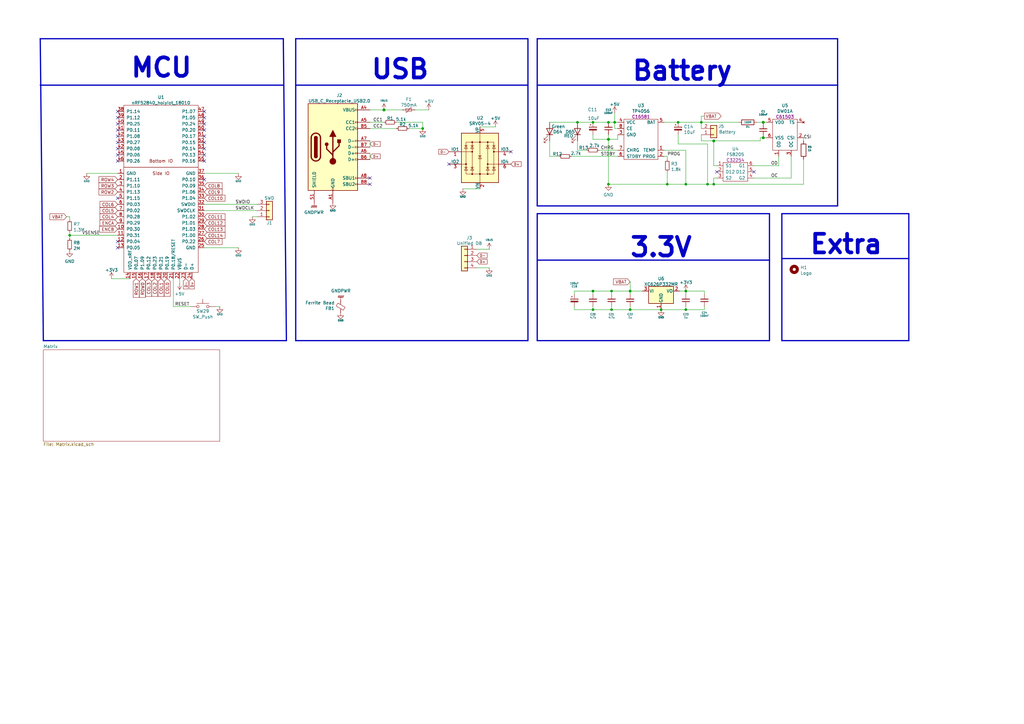
<source format=kicad_sch>
(kicad_sch (version 20210406) (generator eeschema)
  (paper "A3")
  (lib_symbols
    (symbol "Connector:USB_C_Receptacle_USB2.0" (pin_names (offset 1.016))
      (property "Reference" "J" (at -10.16 19.05 0))
      (property "Value" "USB_C_Receptacle_USB2.0" (at 19.05 19.05 0))
      (symbol "USB_C_Receptacle_USB2.0_1_1"
        (pin passive line (at 0 -22.86 90) (length 5.08) (name "GND") (number "A1"))
        (pin passive line (at 0 -22.86 90) (length 5.08) hide (name "GND") (number "A12"))
        (pin passive line (at 15.24 15.24 180) (length 5.08) (name "VBUS") (number "A4"))
        (pin bidirectional line (at 15.24 10.16 180) (length 5.08) (name "CC1") (number "A5"))
        (pin bidirectional line (at 15.24 -2.54 180) (length 5.08) (name "D+") (number "A6"))
        (pin bidirectional line (at 15.24 2.54 180) (length 5.08) (name "D-") (number "A7"))
        (pin bidirectional line (at 15.24 -12.7 180) (length 5.08) (name "SBU1") (number "A8"))
        (pin passive line (at 15.24 15.24 180) (length 5.08) hide (name "VBUS") (number "A9"))
        (pin passive line (at 0 -22.86 90) (length 5.08) hide (name "GND") (number "B1"))
        (pin passive line (at 0 -22.86 90) (length 5.08) hide (name "GND") (number "B12"))
        (pin passive line (at 15.24 15.24 180) (length 5.08) hide (name "VBUS") (number "B4"))
        (pin bidirectional line (at 15.24 7.62 180) (length 5.08) (name "CC2") (number "B5"))
        (pin bidirectional line (at 15.24 -5.08 180) (length 5.08) (name "D+") (number "B6"))
        (pin bidirectional line (at 15.24 0 180) (length 5.08) (name "D-") (number "B7"))
        (pin bidirectional line (at 15.24 -15.24 180) (length 5.08) (name "SBU2") (number "B8"))
        (pin passive line (at 15.24 15.24 180) (length 5.08) hide (name "VBUS") (number "B9"))
        (pin passive line (at -7.62 -22.86 90) (length 5.08) (name "SHIELD") (number "S1"))
      )
    )
    (symbol "Connector_Generic:Conn_01x02" (pin_names (offset 1.016) hide)
      (property "Reference" "J" (at 0 2.54 0))
      (property "Value" "Conn_01x02" (at 0 -5.08 0))
      (symbol "Conn_01x02_1_1"
        (pin passive line (at -5.08 0 0) (length 3.81) (name "Pin_1") (number "1"))
        (pin passive line (at -5.08 -2.54 0) (length 3.81) (name "Pin_2") (number "2"))
      )
    )
    (symbol "Connector_Generic:Conn_01x03" (pin_names (offset 1.016) hide)
      (property "Reference" "J" (at 0 5.08 0))
      (property "Value" "Conn_01x03" (at 0 -5.08 0))
      (symbol "Conn_01x03_1_1"
        (pin passive line (at -5.08 2.54 0) (length 3.81) (name "Pin_1") (number "1"))
        (pin passive line (at -5.08 0 0) (length 3.81) (name "Pin_2") (number "2"))
        (pin passive line (at -5.08 -2.54 0) (length 3.81) (name "Pin_3") (number "3"))
      )
    )
    (symbol "Connector_Generic:Conn_01x04" (pin_names (offset 1.016) hide)
      (property "Reference" "J" (at 0 5.08 0))
      (property "Value" "Conn_01x04" (at 0 -7.62 0))
      (symbol "Conn_01x04_1_1"
        (pin passive line (at -5.08 2.54 0) (length 3.81) (name "Pin_1") (number "1"))
        (pin passive line (at -5.08 0 0) (length 3.81) (name "Pin_2") (number "2"))
        (pin passive line (at -5.08 -2.54 0) (length 3.81) (name "Pin_3") (number "3"))
        (pin passive line (at -5.08 -5.08 0) (length 3.81) (name "Pin_4") (number "4"))
      )
    )
    (symbol "Device:CP_Small" (pin_numbers hide) (pin_names (offset 0.254) hide)
      (property "Reference" "C" (at 0.254 1.778 0))
      (property "Value" "CP_Small" (at 0.254 -2.032 0))
      (symbol "CP_Small_1_1"
        (pin passive line (at 0 2.54 270) (length 1.8542) (name "~") (number "1"))
        (pin passive line (at 0 -2.54 90) (length 1.8542) (name "~") (number "2"))
      )
    )
    (symbol "Device:C_Small" (pin_numbers hide) (pin_names (offset 0.254) hide)
      (property "Reference" "C" (at 0.254 1.778 0))
      (property "Value" "C_Small" (at 0.254 -2.032 0))
      (symbol "C_Small_1_1"
        (pin passive line (at 0 2.54 270) (length 2.032) (name "~") (number "1"))
        (pin passive line (at 0 -2.54 90) (length 2.032) (name "~") (number "2"))
      )
    )
    (symbol "Device:Ferrite_Bead_Small" (pin_numbers hide) (pin_names (offset 0))
      (property "Reference" "FB" (at 1.905 1.27 0))
      (property "Value" "Ferrite_Bead_Small" (at 1.905 -1.27 0))
      (symbol "Ferrite_Bead_Small_1_1"
        (pin passive line (at 0 2.54 270) (length 1.27) (name "~") (number "1"))
        (pin passive line (at 0 -2.54 90) (length 1.27) (name "~") (number "2"))
      )
    )
    (symbol "Device:LED" (pin_numbers hide) (pin_names (offset 1.016) hide)
      (property "Reference" "D" (at 0 2.54 0))
      (property "Value" "LED" (at 0 -2.54 0))
      (symbol "LED_1_1"
        (pin passive line (at -3.81 0 0) (length 2.54) (name "K") (number "1"))
        (pin passive line (at 3.81 0 180) (length 2.54) (name "A") (number "2"))
      )
    )
    (symbol "Device:Polyfuse_Small" (pin_numbers hide) (pin_names (offset 0))
      (property "Reference" "F" (at -1.905 0 90))
      (property "Value" "Polyfuse_Small" (at 1.905 0 90))
      (symbol "Polyfuse_Small_1_1"
        (pin passive line (at 0 2.54 270) (length 0.635) (name "~") (number "1"))
        (pin passive line (at 0 -2.54 90) (length 0.635) (name "~") (number "2"))
      )
    )
    (symbol "Device:R" (pin_numbers hide) (pin_names (offset 0))
      (property "Reference" "R" (at 2.032 0 90))
      (property "Value" "R" (at 0 0 90))
      (symbol "R_1_1"
        (pin passive line (at 0 3.81 270) (length 1.27) (name "~") (number "1"))
        (pin passive line (at 0 -3.81 90) (length 1.27) (name "~") (number "2"))
      )
    )
    (symbol "Device:R_Small" (pin_numbers hide) (pin_names (offset 0.254) hide)
      (property "Reference" "R" (at 0.762 0.508 0))
      (property "Value" "R_Small" (at 0.762 -1.016 0))
      (symbol "R_Small_1_1"
        (pin passive line (at 0 2.54 270) (length 0.762) (name "~") (number "1"))
        (pin passive line (at 0 -2.54 90) (length 0.762) (name "~") (number "2"))
      )
    )
    (symbol "Mechanical:MountingHole" (pin_names (offset 1.016))
      (property "Reference" "H" (at 0 5.08 0))
      (property "Value" "MountingHole" (at 0 3.175 0))
    )
    (symbol "Power_Protection:SRV05-4" (pin_names (offset 0))
      (property "Reference" "U" (at -5.08 11.43 0))
      (property "Value" "SRV05-4" (at 2.54 11.43 0))
      (symbol "SRV05-4_1_1"
        (pin passive line (at -12.7 2.54 0) (length 5.08) (name "IO1") (number "1"))
        (pin passive line (at 0 -12.7 90) (length 2.54) (name "VN") (number "2"))
        (pin passive line (at -12.7 -2.54 0) (length 5.08) (name "IO2") (number "3"))
        (pin passive line (at 12.7 2.54 180) (length 5.08) (name "IO3") (number "4"))
        (pin passive line (at 0 12.7 270) (length 2.54) (name "VP") (number "5"))
        (pin passive line (at 12.7 -2.54 180) (length 5.08) (name "IO4") (number "6"))
      )
    )
    (symbol "Switch:SW_Push" (pin_numbers hide) (pin_names (offset 1.016) hide)
      (property "Reference" "SW" (at 1.27 2.54 0))
      (property "Value" "SW_Push" (at 0 -1.524 0))
      (symbol "SW_Push_0_1"
        (pin passive line (at -5.08 0 0) (length 2.54) (name "1") (number "1"))
        (pin passive line (at 5.08 0 180) (length 2.54) (name "2") (number "2"))
      )
    )
    (symbol "kicad-keyboard-parts:DW01A" (pin_names (offset 1.016))
      (property "Reference" "U" (at -5.08 7.62 0))
      (property "Value" "DW01A" (at 2.54 7.62 0))
      (property "LCSC" "C61503" (at 0 0 0))
      (symbol "DW01A_1_1"
        (pin output line (at -2.54 -8.89 90) (length 2.54) (name "OD") (number "1"))
        (pin input line (at 7.62 -1.27 180) (length 2.54) (name "CSI") (number "2"))
        (pin output line (at 2.54 -8.89 90) (length 2.54) (name "OC") (number "3"))
        (pin no_connect line (at 7.62 5.08 180) (length 2.54) (name "TS") (number "4"))
        (pin power_in line (at -7.62 5.08 0) (length 2.54) (name "VDD") (number "5"))
        (pin power_in line (at -7.62 -1.27 0) (length 2.54) (name "VSS") (number "6"))
      )
    )
    (symbol "kicad-keyboard-parts:FS8205" (pin_names (offset 1.016))
      (property "Reference" "U" (at -3.81 5.08 0))
      (property "Value" "FS8205" (at -1.27 -5.08 0))
      (property "LCSC" "C32254" (at 0 0 0))
      (symbol "FS8205_1_1"
        (pin power_in line (at -7.62 2.54 0) (length 2.54) (name "S1") (number "1"))
        (pin power_in line (at -7.62 0 0) (length 2.54) (name "D12") (number "2"))
        (pin power_in line (at -7.62 -2.54 0) (length 2.54) (name "S2") (number "3"))
        (pin input line (at 7.62 -2.54 180) (length 2.54) (name "G2") (number "4"))
        (pin power_in line (at 7.62 0 180) (length 2.54) (name "D12") (number "5"))
        (pin input line (at 7.62 2.54 180) (length 2.54) (name "G1") (number "6"))
      )
    )
    (symbol "kicad-keyboard-parts:TP4056" (pin_names (offset 1.016))
      (property "Reference" "U" (at -6.35 8.89 0))
      (property "Value" "TP4056" (at 2.54 -10.16 0))
      (property "LCSC" "C16581" (at 0 0 0))
      (symbol "TP4056_1_1"
        (pin input line (at 8.89 -5.08 180) (length 2.54) (name "TEMP") (number "1"))
        (pin input line (at 8.89 -7.62 180) (length 2.54) (name "PROG") (number "2"))
        (pin power_in line (at -10.16 1.27 0) (length 2.54) (name "GND") (number "3"))
        (pin power_in line (at -10.16 6.35 0) (length 2.54) (name "VCC") (number "4"))
        (pin power_out line (at 8.89 6.35 180) (length 2.54) (name "BAT") (number "5"))
        (pin output line (at -10.16 -7.62 0) (length 2.54) (name "STDBY") (number "6"))
        (pin output line (at -10.16 -5.08 0) (length 2.54) (name "CHRG") (number "7"))
        (pin input line (at -10.16 3.81 0) (length 2.54) (name "CE") (number "8"))
      )
    )
    (symbol "kicad-keyboard-parts:XC6206PxxxMR-Regulator_Linear" (pin_names (offset 0.254))
      (property "Reference" "U" (at -3.81 3.175 0))
      (property "Value" "XC6206PxxxMR-Regulator_Linear" (at 0 3.175 0))
      (property "LCSC" "C5446" (at 0 0 0))
      (symbol "XC6206PxxxMR-Regulator_Linear_1_1"
        (pin power_in line (at 0 -7.62 90) (length 2.54) (name "GND") (number "1"))
        (pin power_out line (at 7.62 0 180) (length 2.54) (name "VO") (number "2"))
        (pin power_in line (at -7.62 0 0) (length 2.54) (name "VI") (number "3"))
      )
    )
    (symbol "kicad-keyboard-parts:nRF52840_holyiot_18010" (pin_names (offset 1.016))
      (property "Reference" "U" (at -2.54 39.37 0))
      (property "Value" "nRF52840_holyiot_18010" (at 0 36.83 0))
      (symbol "nRF52840_holyiot_18010_0_0"
        (text "Bottom IO" (at 0 11.43 0) (effects (font (size 1.27 1.27))))
        (text "Side IO" (at 0 6.35 0) (effects (font (size 1.27 1.27))))
      )
      (symbol "nRF52840_holyiot_18010_1_1"
        (pin power_in line (at -17.78 6.35 0) (length 2.54) (name "GND") (number "1"))
        (pin bidirectional line (at -17.78 -16.51 0) (length 2.54) (name "P0.30") (number "10"))
        (pin bidirectional line (at -17.78 -19.05 0) (length 2.54) (name "P0.31") (number "11"))
        (pin bidirectional line (at -17.78 -21.59 0) (length 2.54) (name "P0.04") (number "12"))
        (pin bidirectional line (at -17.78 -24.13 0) (length 2.54) (name "P0.05") (number "13"))
        (pin power_in line (at -12.7 -36.83 90) (length 2.54) (name "VDD_nRF") (number "14"))
        (pin bidirectional line (at -10.16 -36.83 90) (length 2.54) (name "P0.07") (number "15"))
        (pin bidirectional line (at -7.62 -36.83 90) (length 2.54) (name "P1.09") (number "16"))
        (pin bidirectional line (at -5.08 -36.83 90) (length 2.54) (name "P0.12") (number "17"))
        (pin bidirectional line (at -2.54 -36.83 90) (length 2.54) (name "P0.23") (number "18"))
        (pin bidirectional line (at 0 -36.83 90) (length 2.54) (name "P0.21") (number "19"))
        (pin bidirectional line (at -17.78 3.81 0) (length 2.54) (name "P1.11") (number "2"))
        (pin bidirectional line (at 2.54 -36.83 90) (length 2.54) (name "P0.19") (number "20"))
        (pin input line (at 5.08 -36.83 90) (length 2.54) (name "P0.18/RESET") (number "21"))
        (pin power_in line (at 7.62 -36.83 90) (length 2.54) (name "VBUS") (number "22"))
        (pin bidirectional line (at 10.16 -36.83 90) (length 2.54) (name "D-") (number "23"))
        (pin bidirectional line (at 12.7 -36.83 90) (length 2.54) (name "D+") (number "24"))
        (pin power_in line (at 17.78 -24.13 180) (length 2.54) (name "GND") (number "25"))
        (pin bidirectional line (at 17.78 -21.59 180) (length 2.54) (name "P0.22") (number "26"))
        (pin bidirectional line (at 17.78 -19.05 180) (length 2.54) (name "P1.00") (number "27"))
        (pin bidirectional line (at 17.78 -16.51 180) (length 2.54) (name "P1.03") (number "28"))
        (pin bidirectional line (at 17.78 -13.97 180) (length 2.54) (name "P1.01") (number "29"))
        (pin bidirectional line (at -17.78 1.27 0) (length 2.54) (name "P1.10") (number "3"))
        (pin bidirectional line (at 17.78 -11.43 180) (length 2.54) (name "P1.02") (number "30"))
        (pin bidirectional line (at 17.78 -8.89 180) (length 2.54) (name "SWDCLK") (number "31"))
        (pin bidirectional line (at 17.78 -6.35 180) (length 2.54) (name "SWDIO") (number "32"))
        (pin bidirectional line (at 17.78 -3.81 180) (length 2.54) (name "P1.04") (number "33"))
        (pin bidirectional line (at 17.78 -1.27 180) (length 2.54) (name "P1.06") (number "34"))
        (pin bidirectional line (at 17.78 1.27 180) (length 2.54) (name "P0.09") (number "35"))
        (pin bidirectional line (at 17.78 3.81 180) (length 2.54) (name "P0.10") (number "36"))
        (pin power_in line (at 17.78 6.35 180) (length 2.54) (name "GND") (number "37"))
        (pin bidirectional line (at -17.78 31.75 0) (length 2.54) (name "P1.14") (number "38"))
        (pin bidirectional line (at -17.78 29.21 0) (length 2.54) (name "P1.12") (number "39"))
        (pin bidirectional line (at -17.78 -1.27 0) (length 2.54) (name "P1.13") (number "4"))
        (pin bidirectional line (at -17.78 26.67 0) (length 2.54) (name "P0.25") (number "40"))
        (pin bidirectional line (at -17.78 24.13 0) (length 2.54) (name "P0.11") (number "41"))
        (pin bidirectional line (at -17.78 16.51 0) (length 2.54) (name "P0.08") (number "42"))
        (pin bidirectional line (at -17.78 21.59 0) (length 2.54) (name "P1.08") (number "42"))
        (pin bidirectional line (at -17.78 19.05 0) (length 2.54) (name "P0.27") (number "43"))
        (pin bidirectional line (at -17.78 13.97 0) (length 2.54) (name "P0.06") (number "45"))
        (pin bidirectional line (at -17.78 11.43 0) (length 2.54) (name "P0.26") (number "46"))
        (pin bidirectional line (at 17.78 31.75 180) (length 2.54) (name "P1.07") (number "47"))
        (pin bidirectional line (at 17.78 29.21 180) (length 2.54) (name "P1.05") (number "48"))
        (pin bidirectional line (at 17.78 26.67 180) (length 2.54) (name "P0.24") (number "49"))
        (pin bidirectional line (at -17.78 -3.81 0) (length 2.54) (name "P1.15") (number "5"))
        (pin bidirectional line (at 17.78 24.13 180) (length 2.54) (name "P0.20") (number "50"))
        (pin bidirectional line (at 17.78 21.59 180) (length 2.54) (name "P0.17") (number "51"))
        (pin bidirectional line (at 17.78 19.05 180) (length 2.54) (name "P0.15") (number "52"))
        (pin bidirectional line (at 17.78 16.51 180) (length 2.54) (name "P0.14") (number "53"))
        (pin bidirectional line (at 17.78 13.97 180) (length 2.54) (name "P0.13") (number "54"))
        (pin bidirectional line (at 17.78 11.43 180) (length 2.54) (name "P0.16") (number "55"))
        (pin bidirectional line (at -17.78 -6.35 0) (length 2.54) (name "P0.03") (number "6"))
        (pin bidirectional line (at -17.78 -8.89 0) (length 2.54) (name "P0.02") (number "7"))
        (pin bidirectional line (at -17.78 -11.43 0) (length 2.54) (name "P0.28") (number "8"))
        (pin bidirectional line (at -17.78 -13.97 0) (length 2.54) (name "P0.29") (number "9"))
      )
    )
    (symbol "power:+3.3V" (power) (pin_names (offset 0))
      (property "Value" "+3.3V" (at 0 3.556 0))
      (symbol "+3.3V_1_1"
        (pin power_in line (at 0 0 90) (length 0) hide (name "+3V3") (number "1"))
      )
    )
    (symbol "power:+5V" (power) (pin_names (offset 0))
      (property "Value" "+5V" (at 0 3.556 0))
      (symbol "+5V_1_1"
        (pin power_in line (at 0 0 90) (length 0) hide (name "+5V") (number "1"))
      )
    )
    (symbol "power:GND" (power) (pin_names (offset 0))
      (property "Value" "GND" (at 0 -3.81 0))
      (symbol "GND_1_1"
        (pin power_in line (at 0 0 270) (length 0) hide (name "GND") (number "1"))
      )
    )
    (symbol "power:GNDPWR" (power) (pin_names (offset 0))
      (property "Value" "GNDPWR" (at 0 -3.302 0))
      (symbol "GNDPWR_1_1"
        (pin power_in line (at 0 0 270) (length 0) hide (name "GNDPWR") (number "1"))
      )
    )
    (symbol "power:VBUS" (power) (pin_names (offset 0))
      (property "Value" "VBUS" (at 0 3.81 0))
      (symbol "VBUS_1_1"
        (pin power_in line (at 0 0 90) (length 0) hide (name "VBUS") (number "1"))
      )
    )
  )
  (junction (at 28.575 96.52) (diameter 0.9144))
  (junction (at 157.48 45.085) (diameter 1.016))
  (junction (at 173.355 52.705) (diameter 0.9144))
  (junction (at 236.855 50.165) (diameter 0.9144))
  (junction (at 243.205 50.165) (diameter 0.9144))
  (junction (at 243.205 119.38) (diameter 0.9144))
  (junction (at 243.205 127) (diameter 0.9144))
  (junction (at 249.555 50.165) (diameter 0.9144))
  (junction (at 249.555 57.15) (diameter 1.016))
  (junction (at 249.555 75.565) (diameter 0.9144))
  (junction (at 250.825 119.38) (diameter 0.9144))
  (junction (at 250.825 127) (diameter 0.9144))
  (junction (at 252.095 50.165) (diameter 0.9144))
  (junction (at 258.445 119.38) (diameter 0.9144))
  (junction (at 258.445 127) (diameter 0.9144))
  (junction (at 271.145 127) (diameter 0.9144))
  (junction (at 273.685 75.565) (diameter 0.9144))
  (junction (at 278.13 50.165) (diameter 0.9144))
  (junction (at 281.305 75.565) (diameter 0.9144))
  (junction (at 281.305 119.38) (diameter 0.9144))
  (junction (at 281.305 127) (diameter 0.9144))
  (junction (at 287.655 50.165) (diameter 0.9144))
  (junction (at 290.195 75.565) (diameter 0.9144))
  (junction (at 292.735 57.785) (diameter 1.016))
  (junction (at 292.735 75.565) (diameter 0.9144))
  (junction (at 313.055 50.165) (diameter 1.016))
  (junction (at 313.055 56.515) (diameter 1.016))
  (no_connect (at 48.26 45.72))
  (no_connect (at 48.26 48.26))
  (no_connect (at 48.26 50.8))
  (no_connect (at 48.26 53.34))
  (no_connect (at 48.26 55.88))
  (no_connect (at 48.26 58.42))
  (no_connect (at 48.26 60.96))
  (no_connect (at 48.26 63.5))
  (no_connect (at 48.26 66.04))
  (no_connect (at 48.26 81.28))
  (no_connect (at 48.26 99.06))
  (no_connect (at 48.26 101.6))
  (no_connect (at 83.82 45.72))
  (no_connect (at 83.82 48.26))
  (no_connect (at 83.82 50.8))
  (no_connect (at 83.82 53.34))
  (no_connect (at 83.82 55.88))
  (no_connect (at 83.82 58.42))
  (no_connect (at 83.82 60.96))
  (no_connect (at 83.82 63.5))
  (no_connect (at 83.82 66.04))
  (no_connect (at 83.82 73.66))
  (no_connect (at 151.765 73.025))
  (no_connect (at 151.765 75.565))
  (no_connect (at 184.15 67.31))
  (no_connect (at 209.55 62.23))
  (no_connect (at 294.005 70.485))
  (no_connect (at 309.245 70.485))
  (wire (pts (xy 27.305 88.9) (xy 28.575 88.9)))
  (wire (pts (xy 28.575 88.9) (xy 28.575 90.17)))
  (wire (pts (xy 28.575 95.25) (xy 28.575 96.52)))
  (wire (pts (xy 28.575 96.52) (xy 28.575 97.79)))
  (wire (pts (xy 28.575 96.52) (xy 48.26 96.52)))
  (wire (pts (xy 35.56 71.12) (xy 48.26 71.12)))
  (wire (pts (xy 45.72 114.3) (xy 53.34 114.3)))
  (wire (pts (xy 71.12 114.3) (xy 71.12 125.73)))
  (wire (pts (xy 71.12 125.73) (xy 78.105 125.73)))
  (wire (pts (xy 73.66 114.3) (xy 73.66 116.205)))
  (wire (pts (xy 83.82 71.12) (xy 97.79 71.12)))
  (wire (pts (xy 83.82 83.82) (xy 105.41 83.82)))
  (wire (pts (xy 83.82 86.36) (xy 105.41 86.36)))
  (wire (pts (xy 83.82 101.6) (xy 97.79 101.6)))
  (wire (pts (xy 88.265 125.73) (xy 90.17 125.73)))
  (wire (pts (xy 103.505 88.9) (xy 105.41 88.9)))
  (wire (pts (xy 151.765 45.085) (xy 157.48 45.085)))
  (wire (pts (xy 151.765 50.165) (xy 157.48 50.165)))
  (wire (pts (xy 151.765 52.705) (xy 162.56 52.705)))
  (wire (pts (xy 151.765 57.785) (xy 151.765 60.325)))
  (wire (pts (xy 151.765 62.865) (xy 151.765 65.405)))
  (wire (pts (xy 157.48 45.085) (xy 165.1 45.085)))
  (wire (pts (xy 162.56 50.165) (xy 173.355 50.165)))
  (wire (pts (xy 167.64 52.705) (xy 173.355 52.705)))
  (wire (pts (xy 170.18 45.085) (xy 175.895 45.085)))
  (wire (pts (xy 173.355 50.165) (xy 173.355 52.705)))
  (wire (pts (xy 189.865 77.47) (xy 196.85 77.47)))
  (wire (pts (xy 195.58 102.235) (xy 200.66 102.235)))
  (wire (pts (xy 195.58 109.855) (xy 200.66 109.855)))
  (wire (pts (xy 196.85 52.07) (xy 203.2 52.07)))
  (wire (pts (xy 225.425 50.165) (xy 236.855 50.165)))
  (wire (pts (xy 225.425 57.785) (xy 225.425 64.135)))
  (wire (pts (xy 225.425 64.135) (xy 229.235 64.135)))
  (wire (pts (xy 234.315 64.135) (xy 253.365 64.135)))
  (wire (pts (xy 235.585 119.38) (xy 235.585 120.65)))
  (wire (pts (xy 235.585 119.38) (xy 243.205 119.38)))
  (wire (pts (xy 235.585 125.73) (xy 235.585 127)))
  (wire (pts (xy 235.585 127) (xy 243.205 127)))
  (wire (pts (xy 236.855 50.165) (xy 243.205 50.165)))
  (wire (pts (xy 236.855 61.595) (xy 236.855 57.785)))
  (wire (pts (xy 236.855 61.595) (xy 240.665 61.595)))
  (wire (pts (xy 243.205 50.165) (xy 249.555 50.165)))
  (wire (pts (xy 243.205 57.15) (xy 243.205 55.245)))
  (wire (pts (xy 243.205 57.15) (xy 249.555 57.15)))
  (wire (pts (xy 243.205 119.38) (xy 243.205 120.65)))
  (wire (pts (xy 243.205 119.38) (xy 250.825 119.38)))
  (wire (pts (xy 243.205 127) (xy 243.205 125.73)))
  (wire (pts (xy 245.745 61.595) (xy 253.365 61.595)))
  (wire (pts (xy 249.555 50.165) (xy 252.095 50.165)))
  (wire (pts (xy 249.555 55.245) (xy 249.555 57.15)))
  (wire (pts (xy 249.555 57.15) (xy 249.555 75.565)))
  (wire (pts (xy 249.555 57.15) (xy 253.365 57.15)))
  (wire (pts (xy 250.825 119.38) (xy 250.825 120.65)))
  (wire (pts (xy 250.825 119.38) (xy 258.445 119.38)))
  (wire (pts (xy 250.825 125.73) (xy 250.825 127)))
  (wire (pts (xy 250.825 127) (xy 243.205 127)))
  (wire (pts (xy 252.095 46.355) (xy 252.095 50.165)))
  (wire (pts (xy 252.095 50.165) (xy 253.365 50.165)))
  (wire (pts (xy 252.095 52.705) (xy 252.095 50.165)))
  (wire (pts (xy 253.365 52.705) (xy 252.095 52.705)))
  (wire (pts (xy 253.365 57.15) (xy 253.365 55.245)))
  (wire (pts (xy 258.445 115.57) (xy 258.445 119.38)))
  (wire (pts (xy 258.445 119.38) (xy 258.445 120.65)))
  (wire (pts (xy 258.445 119.38) (xy 263.525 119.38)))
  (wire (pts (xy 258.445 125.73) (xy 258.445 127)))
  (wire (pts (xy 258.445 127) (xy 250.825 127)))
  (wire (pts (xy 271.145 127) (xy 258.445 127)))
  (wire (pts (xy 271.145 127) (xy 281.305 127)))
  (wire (pts (xy 272.415 50.165) (xy 278.13 50.165)))
  (wire (pts (xy 272.415 61.595) (xy 281.305 61.595)))
  (wire (pts (xy 272.415 64.135) (xy 273.685 64.135)))
  (wire (pts (xy 273.685 64.135) (xy 273.685 65.405)))
  (wire (pts (xy 273.685 70.485) (xy 273.685 75.565)))
  (wire (pts (xy 273.685 75.565) (xy 249.555 75.565)))
  (wire (pts (xy 273.685 75.565) (xy 281.305 75.565)))
  (wire (pts (xy 278.13 50.165) (xy 287.655 50.165)))
  (wire (pts (xy 278.13 55.245) (xy 278.13 59.055)))
  (wire (pts (xy 278.13 59.055) (xy 290.195 59.055)))
  (wire (pts (xy 278.765 119.38) (xy 281.305 119.38)))
  (wire (pts (xy 281.305 61.595) (xy 281.305 75.565)))
  (wire (pts (xy 281.305 75.565) (xy 290.195 75.565)))
  (wire (pts (xy 281.305 119.38) (xy 281.305 120.65)))
  (wire (pts (xy 281.305 119.38) (xy 288.925 119.38)))
  (wire (pts (xy 281.305 125.73) (xy 281.305 127)))
  (wire (pts (xy 281.305 127) (xy 288.925 127)))
  (wire (pts (xy 287.655 47.625) (xy 287.655 50.165)))
  (wire (pts (xy 287.655 50.165) (xy 287.655 52.705)))
  (wire (pts (xy 287.655 50.165) (xy 302.895 50.165)))
  (wire (pts (xy 287.655 55.245) (xy 287.655 57.785)))
  (wire (pts (xy 287.655 57.785) (xy 292.735 57.785)))
  (wire (pts (xy 288.925 47.625) (xy 287.655 47.625)))
  (wire (pts (xy 288.925 119.38) (xy 288.925 120.65)))
  (wire (pts (xy 288.925 127) (xy 288.925 125.73)))
  (wire (pts (xy 290.195 59.055) (xy 290.195 75.565)))
  (wire (pts (xy 290.195 75.565) (xy 292.735 75.565)))
  (wire (pts (xy 292.735 57.785) (xy 292.735 67.945)))
  (wire (pts (xy 292.735 73.025) (xy 292.735 75.565)))
  (wire (pts (xy 292.735 75.565) (xy 329.565 75.565)))
  (wire (pts (xy 294.005 67.945) (xy 292.735 67.945)))
  (wire (pts (xy 294.005 73.025) (xy 292.735 73.025)))
  (wire (pts (xy 309.245 67.945) (xy 319.405 67.945)))
  (wire (pts (xy 309.245 73.025) (xy 324.485 73.025)))
  (wire (pts (xy 310.515 50.165) (xy 313.055 50.165)))
  (wire (pts (xy 311.785 56.515) (xy 311.785 57.785)))
  (wire (pts (xy 311.785 57.785) (xy 292.735 57.785)))
  (wire (pts (xy 313.055 50.165) (xy 313.055 50.8)))
  (wire (pts (xy 313.055 50.165) (xy 314.325 50.165)))
  (wire (pts (xy 313.055 55.88) (xy 313.055 56.515)))
  (wire (pts (xy 313.055 56.515) (xy 311.785 56.515)))
  (wire (pts (xy 314.325 56.515) (xy 313.055 56.515)))
  (wire (pts (xy 319.405 64.135) (xy 319.405 67.945)))
  (wire (pts (xy 324.485 64.135) (xy 324.485 73.025)))
  (wire (pts (xy 329.565 56.515) (xy 329.565 57.785)))
  (wire (pts (xy 329.565 65.405) (xy 329.565 75.565)))
  (polyline (pts (xy 16.51 15.875) (xy 17.78 139.7)) (stroke (width 0.508) (type solid)))
  (polyline (pts (xy 16.51 15.875) (xy 116.205 15.875)) (stroke (width 0.508) (type solid)))
  (polyline (pts (xy 16.51 34.925) (xy 116.205 34.925)) (stroke (width 0.508) (type solid)))
  (polyline (pts (xy 116.205 15.875) (xy 117.475 139.7)) (stroke (width 0.508) (type solid)))
  (polyline (pts (xy 117.475 139.7) (xy 17.78 139.7)) (stroke (width 0.508) (type solid)))
  (polyline (pts (xy 121.285 15.875) (xy 121.285 139.7)) (stroke (width 0.508) (type solid)))
  (polyline (pts (xy 121.285 15.875) (xy 216.535 15.875)) (stroke (width 0.508) (type solid)))
  (polyline (pts (xy 121.285 34.925) (xy 216.535 34.925)) (stroke (width 0.508) (type solid)))
  (polyline (pts (xy 216.535 15.875) (xy 216.535 139.7)) (stroke (width 0.508) (type solid)))
  (polyline (pts (xy 216.535 139.7) (xy 121.285 139.7)) (stroke (width 0.508) (type solid)))
  (polyline (pts (xy 220.345 15.875) (xy 220.345 84.455)) (stroke (width 0.508) (type solid)))
  (polyline (pts (xy 220.345 15.875) (xy 343.535 15.875)) (stroke (width 0.508) (type solid)))
  (polyline (pts (xy 220.345 34.925) (xy 343.535 34.925)) (stroke (width 0.508) (type solid)))
  (polyline (pts (xy 220.345 87.63) (xy 220.345 139.7)) (stroke (width 0.508) (type solid)))
  (polyline (pts (xy 220.345 87.63) (xy 315.595 87.63)) (stroke (width 0.508) (type solid)))
  (polyline (pts (xy 220.345 106.68) (xy 315.595 106.68)) (stroke (width 0.508) (type solid)))
  (polyline (pts (xy 315.595 87.63) (xy 315.595 139.7)) (stroke (width 0.508) (type solid)))
  (polyline (pts (xy 315.595 139.7) (xy 220.345 139.7)) (stroke (width 0.508) (type solid)))
  (polyline (pts (xy 320.675 87.63) (xy 320.675 139.7)) (stroke (width 0.508) (type solid)))
  (polyline (pts (xy 320.675 87.63) (xy 372.745 87.63)) (stroke (width 0.508) (type solid)))
  (polyline (pts (xy 320.675 106.045) (xy 372.745 106.045)) (stroke (width 0.508) (type solid)))
  (polyline (pts (xy 320.675 139.7) (xy 372.745 139.7)) (stroke (width 0.508) (type solid)))
  (polyline (pts (xy 343.535 15.875) (xy 343.535 84.455)) (stroke (width 0.508) (type solid)))
  (polyline (pts (xy 343.535 84.455) (xy 220.345 84.455)) (stroke (width 0.508) (type solid)))
  (polyline (pts (xy 372.745 87.63) (xy 372.745 139.7)) (stroke (width 0.508) (type solid)))
  (text "MCU" (at 79.375 32.385 180) (effects (font (size 7.62 7.62) (thickness 1.524) bold) (justify right bottom)))
  (text "USB" (at 176.53 33.02 180) (effects (font (size 7.62 7.62) (thickness 1.524) bold) (justify right bottom)))
  (text "3.3V" (at 284.48 106.045 180) (effects (font (size 7.62 7.62) (thickness 1.524) bold) (justify right bottom)))
  (text "Battery\n" (at 300.99 33.655 180) (effects (font (size 7.62 7.62) (thickness 1.524) bold) (justify right bottom)))
  (text "Extra" (at 362.585 104.775 180) (effects (font (size 7.62 7.62) (thickness 1.524) bold) (justify right bottom)))
  (label "VSENSE" (at 33.655 96.52 0))
  (label "RESET" (at 71.755 125.73 0))
  (label "SWDIO" (at 96.52 83.82 0))
  (label "SWDCLK" (at 96.52 86.36 0))
  (label "CC1" (at 153.035 50.165 0))
  (label "CC2" (at 153.035 52.705 0))
  (label "CHRG" (at 246.38 61.595 0))
  (label "STDBY" (at 246.38 64.135 0))
  (label "PROG" (at 273.685 64.135 0))
  (label "OD" (at 316.23 67.945 0))
  (label "OC" (at 316.23 73.025 0))
  (label "CSI" (at 329.565 57.15 0))
  (global_label "VBAT" (shape input) (at 27.305 88.9 180) (property "Intersheet References" "${INTERSHEET_REFS}" (effects hide)))
  (global_label "ROW4" (shape input) (at 48.26 73.66 180) (property "Intersheet References" "${INTERSHEET_REFS}" (effects hide)))
  (global_label "ROW3" (shape input) (at 48.26 76.2 180) (property "Intersheet References" "${INTERSHEET_REFS}" (effects hide)))
  (global_label "ROW2" (shape input) (at 48.26 78.74 180) (property "Intersheet References" "${INTERSHEET_REFS}" (effects hide)))
  (global_label "COL6" (shape input) (at 48.26 83.82 180) (property "Intersheet References" "${INTERSHEET_REFS}" (effects hide)))
  (global_label "COL5" (shape input) (at 48.26 86.36 180) (property "Intersheet References" "${INTERSHEET_REFS}" (effects hide)))
  (global_label "COL4" (shape input) (at 48.26 88.9 180) (property "Intersheet References" "${INTERSHEET_REFS}" (effects hide)))
  (global_label "ENCA" (shape input) (at 48.26 91.44 180) (property "Intersheet References" "${INTERSHEET_REFS}" (effects hide)))
  (global_label "ENCB" (shape input) (at 48.26 93.98 180) (property "Intersheet References" "${INTERSHEET_REFS}" (effects hide)))
  (global_label "ROW1" (shape input) (at 55.88 114.3 270) (property "Intersheet References" "${INTERSHEET_REFS}" (effects hide)))
  (global_label "ROW0" (shape input) (at 58.42 114.3 270) (property "Intersheet References" "${INTERSHEET_REFS}" (effects hide)))
  (global_label "COL3" (shape input) (at 60.96 114.3 270) (property "Intersheet References" "${INTERSHEET_REFS}" (effects hide)))
  (global_label "COL2" (shape input) (at 63.5 114.3 270) (property "Intersheet References" "${INTERSHEET_REFS}" (effects hide)))
  (global_label "COL1" (shape input) (at 66.04 114.3 270) (property "Intersheet References" "${INTERSHEET_REFS}" (effects hide)))
  (global_label "COL0" (shape input) (at 68.58 114.3 270) (property "Intersheet References" "${INTERSHEET_REFS}" (effects hide)))
  (global_label "D-" (shape input) (at 76.2 114.3 270) (effects (font (size 1.016 1.016))) (property "Intersheet References" "${INTERSHEET_REFS}" (effects hide)))
  (global_label "D+" (shape input) (at 78.74 114.3 270) (effects (font (size 1.016 1.016))) (property "Intersheet References" "${INTERSHEET_REFS}" (effects hide)))
  (global_label "COL8" (shape input) (at 83.82 76.2 0) (property "Intersheet References" "${INTERSHEET_REFS}" (effects hide)))
  (global_label "COL9" (shape input) (at 83.82 78.74 0) (property "Intersheet References" "${INTERSHEET_REFS}" (effects hide)))
  (global_label "COL10" (shape input) (at 83.82 81.28 0) (property "Intersheet References" "${INTERSHEET_REFS}" (effects hide)))
  (global_label "COL11" (shape input) (at 83.82 88.9 0) (property "Intersheet References" "${INTERSHEET_REFS}" (effects hide)))
  (global_label "COL12" (shape input) (at 83.82 91.44 0) (property "Intersheet References" "${INTERSHEET_REFS}" (effects hide)))
  (global_label "COL13" (shape input) (at 83.82 93.98 0) (property "Intersheet References" "${INTERSHEET_REFS}" (effects hide)))
  (global_label "COL14" (shape input) (at 83.82 96.52 0) (property "Intersheet References" "${INTERSHEET_REFS}" (effects hide)))
  (global_label "COL7" (shape input) (at 83.82 99.06 0) (property "Intersheet References" "${INTERSHEET_REFS}" (effects hide)))
  (global_label "D-" (shape input) (at 151.765 59.055 0) (effects (font (size 1.016 1.016))) (property "Intersheet References" "${INTERSHEET_REFS}" (effects hide)))
  (global_label "D+" (shape input) (at 151.765 64.135 0) (effects (font (size 1.016 1.016))) (property "Intersheet References" "${INTERSHEET_REFS}" (effects hide)))
  (global_label "D-" (shape input) (at 184.15 62.23 180) (effects (font (size 1.016 1.016))) (property "Intersheet References" "${INTERSHEET_REFS}" (effects hide)))
  (global_label "D-" (shape input) (at 195.58 104.775 0) (effects (font (size 1.016 1.016))) (property "Intersheet References" "${INTERSHEET_REFS}" (effects hide)))
  (global_label "D+" (shape input) (at 195.58 107.315 0) (effects (font (size 1.016 1.016))) (property "Intersheet References" "${INTERSHEET_REFS}" (effects hide)))
  (global_label "D+" (shape input) (at 209.55 67.31 0) (effects (font (size 1.016 1.016))) (property "Intersheet References" "${INTERSHEET_REFS}" (effects hide)))
  (global_label "VBAT" (shape input) (at 258.445 115.57 180) (property "Intersheet References" "${INTERSHEET_REFS}" (effects hide)))
  (global_label "VBAT" (shape output) (at 288.925 47.625 0) (property "Intersheet References" "${INTERSHEET_REFS}" (effects hide)))
  (symbol (lib_id "power:+3.3V") (at 45.72 114.3 0) (unit 1)
    (property "Reference" "#PWR010" (effects hide))
    (property "Value" "+3.3V" (at 45.72 110.7526 0))
  )
  (symbol (lib_id "power:+5V") (at 73.66 116.205 180) (unit 1)
    (property "Reference" "#PWR013" (effects hide))
    (property "Value" "+5V" (at 73.66 120.5294 0))
  )
  (symbol (lib_id "power:VBUS") (at 157.48 45.085 0) (unit 1)
    (property "Reference" "#PWR0105" (effects hide))
    (property "Value" "VBUS" (at 157.48 41.275 0) (effects (font (size 0.762 0.762))))
  )
  (symbol (lib_id "power:+5V") (at 175.895 45.085 0) (unit 1)
    (property "Reference" "#PWR0102" (effects hide))
    (property "Value" "+5V" (at 175.895 41.5376 0))
  )
  (symbol (lib_id "power:VBUS") (at 200.66 102.235 0) (unit 1)
    (property "Reference" "#PWR029" (effects hide))
    (property "Value" "VBUS" (at 200.66 98.425 0) (effects (font (size 0.762 0.762))))
  )
  (symbol (lib_id "power:+5V") (at 203.2 52.07 0) (unit 1)
    (property "Reference" "#PWR0104" (effects hide))
    (property "Value" "+5V" (at 203.2 48.5226 0))
  )
  (symbol (lib_id "power:+5V") (at 252.095 46.355 0) (unit 1)
    (property "Reference" "#PWR046" (effects hide))
    (property "Value" "+5V" (at 252.095 42.8076 0))
  )
  (symbol (lib_id "power:+3.3V") (at 281.305 119.38 0) (unit 1)
    (property "Reference" "#PWR057" (effects hide))
    (property "Value" "+3.3V" (at 281.305 115.8326 0))
  )
  (symbol (lib_id "power:GNDPWR") (at 128.905 83.185 0) (unit 1)
    (property "Reference" "#PWR0109" (effects hide))
    (property "Value" "GNDPWR" (at 128.778 87.103 0))
  )
  (symbol (lib_id "power:GNDPWR") (at 139.7 123.19 180) (unit 1)
    (property "Reference" "#PWR0107" (effects hide))
    (property "Value" "GNDPWR" (at 139.827 119.272 0))
  )
  (symbol (lib_id "power:GND") (at 28.575 102.87 0) (unit 1)
    (property "Reference" "#PWR054" (effects hide))
    (property "Value" "GND" (at 28.575 107.1944 0))
  )
  (symbol (lib_id "power:GND") (at 35.56 71.12 0) (unit 1)
    (property "Reference" "#PWR09" (effects hide))
    (property "Value" "GND" (at 35.56 74.295 0) (effects (font (size 0.762 0.762))))
  )
  (symbol (lib_id "power:GND") (at 90.17 125.73 0) (unit 1)
    (property "Reference" "#PWR014" (effects hide))
    (property "Value" "GND" (at 90.17 128.905 0) (effects (font (size 0.762 0.762))))
  )
  (symbol (lib_id "power:GND") (at 97.79 71.12 0) (unit 1)
    (property "Reference" "#PWR018" (effects hide))
    (property "Value" "GND" (at 97.79 74.295 0) (effects (font (size 0.762 0.762))))
  )
  (symbol (lib_id "power:GND") (at 97.79 101.6 0) (unit 1)
    (property "Reference" "#PWR01" (effects hide))
    (property "Value" "GND" (at 97.79 104.775 0) (effects (font (size 0.762 0.762))))
  )
  (symbol (lib_id "power:GND") (at 103.505 88.9 0) (unit 1)
    (property "Reference" "#PWR016" (effects hide))
    (property "Value" "GND" (at 103.505 92.075 0) (effects (font (size 0.762 0.762))))
  )
  (symbol (lib_id "power:GND") (at 136.525 83.185 0) (unit 1)
    (property "Reference" "#PWR023" (effects hide))
    (property "Value" "GND" (at 136.525 86.36 0) (effects (font (size 0.762 0.762))))
  )
  (symbol (lib_id "power:GND") (at 139.7 128.27 0) (unit 1)
    (property "Reference" "#PWR0108" (effects hide))
    (property "Value" "GND" (at 139.7 131.445 0) (effects (font (size 0.762 0.762))))
  )
  (symbol (lib_id "power:GND") (at 173.355 52.705 0) (unit 1)
    (property "Reference" "#PWR0101" (effects hide))
    (property "Value" "GND" (at 173.355 55.88 0) (effects (font (size 0.762 0.762))))
  )
  (symbol (lib_id "power:GND") (at 189.865 77.47 0) (unit 1)
    (property "Reference" "#PWR0103" (effects hide))
    (property "Value" "GND" (at 189.865 80.645 0) (effects (font (size 0.762 0.762))))
  )
  (symbol (lib_id "power:GND") (at 200.66 109.855 0) (unit 1)
    (property "Reference" "#PWR030" (effects hide))
    (property "Value" "GND" (at 200.66 113.03 0) (effects (font (size 0.762 0.762))))
  )
  (symbol (lib_id "power:GND") (at 249.555 75.565 0) (unit 1)
    (property "Reference" "#PWR045" (effects hide))
    (property "Value" "GND" (at 249.555 79.8894 0))
  )
  (symbol (lib_id "power:GND") (at 271.145 127 0) (unit 1)
    (property "Reference" "#PWR055" (effects hide))
    (property "Value" "GND" (at 271.145 130.175 0) (effects (font (size 0.762 0.762))))
  )
  (symbol (lib_id "Device:R_Small") (at 28.575 92.71 0) (unit 1)
    (property "Reference" "R7" (at 30.0737 91.9491 0) (effects (justify left)))
    (property "Value" "1.3M" (at 30.0737 94.2478 0) (effects (justify left)))
    (property "Footprint" "Resistor_SMD:R_0603_1608Metric" (effects hide))
    (property "LCSC" "C170462" (effects hide))
  )
  (symbol (lib_id "Device:R_Small") (at 28.575 100.33 0) (unit 1)
    (property "Reference" "R8" (at 30.0737 99.5691 0) (effects (justify left)))
    (property "Value" "2M" (at 30.0737 101.8678 0) (effects (justify left)))
    (property "Footprint" "Resistor_SMD:R_0603_1608Metric" (effects hide))
    (property "LCSC" "C22976" (effects hide))
  )
  (symbol (lib_id "Device:R_Small") (at 160.02 50.165 90) (unit 1)
    (property "Reference" "R1" (at 160.02 48.5352 90))
    (property "Value" "5.1k" (at 164.465 48.9289 90))
    (property "Footprint" "Resistor_SMD:R_0603_1608Metric" (effects hide))
    (property "LCSC" "C23186" (effects hide))
  )
  (symbol (lib_id "Device:R_Small") (at 165.1 52.705 90) (unit 1)
    (property "Reference" "R2" (at 165.1 51.0752 90))
    (property "Value" "5.1k" (at 169.545 51.4689 90))
    (property "Footprint" "Resistor_SMD:R_0603_1608Metric" (effects hide))
    (property "LCSC" "C23186" (effects hide))
  )
  (symbol (lib_id "Device:R_Small") (at 231.775 64.135 90) (unit 1)
    (property "Reference" "R12" (at 228.6 63.1402 90))
    (property "Value" "2.7k" (at 236.22 62.8989 90))
    (property "Footprint" "Resistor_SMD:R_0603_1608Metric" (effects hide))
    (property "LCSC" "C13167" (effects hide))
  )
  (symbol (lib_id "Device:R_Small") (at 243.205 61.595 90) (unit 1)
    (property "Reference" "R13" (at 239.395 60.6002 90))
    (property "Value" "2.7k" (at 243.84 59.7239 90))
    (property "Footprint" "Resistor_SMD:R_0603_1608Metric" (effects hide))
    (property "LCSC" "C13167" (effects hide))
  )
  (symbol (lib_id "Device:R_Small") (at 273.685 67.945 0) (unit 1)
    (property "Reference" "R3" (at 275.1837 67.1841 0) (effects (justify left)))
    (property "Value" "1.8k" (at 275.1837 69.4828 0) (effects (justify left)))
    (property "Footprint" "Resistor_SMD:R_0603_1608Metric" (effects hide))
    (property "LCSC" "C4177" (effects hide))
  )
  (symbol (lib_id "Device:Polyfuse_Small") (at 167.64 45.085 90) (unit 1)
    (property "Reference" "F1" (at 167.64 40.7628 90))
    (property "Value" "750mA" (at 167.64 43.0615 90))
    (property "Footprint" "Fuse:Fuse_0603_1608Metric" (effects hide))
    (property "LCSC" "C20792" (effects hide))
  )
  (symbol (lib_id "Mechanical:MountingHole") (at 325.755 110.49 0) (unit 1) (in_bom no)
    (property "Reference" "H1" (at 328.2951 109.7291 0) (effects (justify left)))
    (property "Value" "Logo" (at 328.2951 112.0278 0) (effects (justify left)))
    (property "Footprint" "sleep-lib:logo-large-CU" (effects hide))
  )
  (symbol (lib_id "Device:CP_Small") (at 235.585 123.19 0) (unit 1)
    (property "Reference" "C18" (at 235.585 117.475 0) (effects (font (size 0.762 0.762))))
    (property "Value" "100uF" (at 235.585 116.205 0) (effects (font (size 0.762 0.762))))
    (property "Footprint" "Capacitor_Tantalum_SMD:CP_EIA-3528-21_Kemet-B" (effects hide))
    (property "LCSC" "C16133" (effects hide))
  )
  (symbol (lib_id "Device:CP_Small") (at 243.205 52.705 0) (unit 1)
    (property "Reference" "C11" (at 241.0715 44.9591 0) (effects (justify left)))
    (property "Value" "10uF" (at 241.0715 48.5278 0) (effects (justify left)))
    (property "Footprint" "Capacitor_Tantalum_SMD:CP_EIA-3216-18_Kemet-A" (effects hide))
    (property "LCSC" "C7171" (effects hide))
  )
  (symbol (lib_id "Device:CP_Small") (at 278.13 52.705 0) (unit 1)
    (property "Reference" "C14" (at 280.4415 51.9441 0) (effects (justify left)))
    (property "Value" "10uF" (at 280.4415 54.2428 0) (effects (justify left)))
    (property "Footprint" "Capacitor_Tantalum_SMD:CP_EIA-3216-18_Kemet-A" (effects hide))
    (property "LCSC" "C7171" (effects hide))
  )
  (symbol (lib_id "Device:R") (at 306.705 50.165 270) (unit 1)
    (property "Reference" "R4" (at 306.705 52.07 90) (effects (font (size 0.762 0.762))))
    (property "Value" "100R" (at 306.705 50.165 90) (effects (font (size 0.762 0.762))))
    (property "Footprint" "Resistor_SMD:R_0603_1608Metric" (effects hide))
    (property "LCSC" "C22775" (effects hide))
  )
  (symbol (lib_id "Device:R") (at 329.565 61.595 0) (unit 1)
    (property "Reference" "R5" (at 332.105 60.325 0) (effects (font (size 0.762 0.762))))
    (property "Value" "1k" (at 332.105 61.595 0) (effects (font (size 0.762 0.762))))
    (property "Footprint" "Resistor_SMD:R_0603_1608Metric" (effects hide))
    (property "LCSC" "C21190" (effects hide))
  )
  (symbol (lib_id "Device:C_Small") (at 243.205 123.19 180) (unit 1)
    (property "Reference" "C20" (at 243.205 128.905 0) (effects (font (size 0.762 0.762))))
    (property "Value" "4.7u" (at 243.205 130.175 0) (effects (font (size 0.762 0.762))))
    (property "Footprint" "Capacitor_SMD:C_0603_1608Metric" (effects hide))
    (property "LCSC" "C19666 " (effects hide))
  )
  (symbol (lib_id "Device:C_Small") (at 249.555 52.705 180) (unit 1)
    (property "Reference" "C12" (at 249.555 45.085 0) (effects (font (size 0.762 0.762))))
    (property "Value" "100nF" (at 249.555 46.355 0) (effects (font (size 0.762 0.762))))
    (property "Footprint" "Capacitor_SMD:C_0603_1608Metric" (effects hide))
    (property "LCSC" "C14663" (effects hide))
  )
  (symbol (lib_id "Device:C_Small") (at 250.825 123.19 180) (unit 1)
    (property "Reference" "C21" (at 250.825 128.905 0) (effects (font (size 0.762 0.762))))
    (property "Value" "4.7u" (at 250.825 130.175 0) (effects (font (size 0.762 0.762))))
    (property "Footprint" "Capacitor_SMD:C_0603_1608Metric" (effects hide))
    (property "LCSC" "C19666 " (effects hide))
  )
  (symbol (lib_id "Device:C_Small") (at 258.445 123.19 180) (unit 1)
    (property "Reference" "C22" (at 258.445 128.905 0) (effects (font (size 0.762 0.762))))
    (property "Value" "1u" (at 258.445 130.175 0) (effects (font (size 0.762 0.762))))
    (property "Footprint" "Capacitor_SMD:C_0603_1608Metric" (effects hide))
    (property "LCSC" "C15849" (effects hide))
  )
  (symbol (lib_id "Device:C_Small") (at 281.305 123.19 180) (unit 1)
    (property "Reference" "C23" (at 281.305 128.905 0) (effects (font (size 0.762 0.762))))
    (property "Value" "1u" (at 281.305 130.175 0) (effects (font (size 0.762 0.762))))
    (property "Footprint" "Capacitor_SMD:C_0603_1608Metric" (effects hide))
    (property "LCSC" "C15849" (effects hide))
  )
  (symbol (lib_id "Device:C_Small") (at 288.925 123.19 180) (unit 1)
    (property "Reference" "C24" (at 288.925 128.27 0) (effects (font (size 0.762 0.762))))
    (property "Value" "100nF" (at 288.925 129.54 0) (effects (font (size 0.762 0.762))))
    (property "Footprint" "Capacitor_SMD:C_0603_1608Metric" (effects hide))
    (property "LCSC" "C14663" (effects hide))
  )
  (symbol (lib_id "Device:C_Small") (at 313.055 53.34 180) (unit 1)
    (property "Reference" "C1" (at 313.055 45.72 0) (effects (font (size 0.762 0.762))))
    (property "Value" "100nF" (at 313.055 46.99 0) (effects (font (size 0.762 0.762))))
    (property "Footprint" "Capacitor_SMD:C_0603_1608Metric" (effects hide))
    (property "LCSC" "C14663" (effects hide))
  )
  (symbol (lib_id "Device:Ferrite_Bead_Small") (at 139.7 125.73 180) (unit 1)
    (property "Reference" "FB1" (at 137.2361 126.4909 0) (effects (justify left)))
    (property "Value" "Ferrite Bead" (at 137.2361 124.1922 0) (effects (justify left)))
    (property "Footprint" "Inductor_SMD:L_0805_2012Metric" (effects hide))
    (property "LCSC" "C1017" (effects hide))
  )
  (symbol (lib_id "Device:LED") (at 225.425 53.975 270) (mirror x) (unit 1)
    (property "Reference" "D64" (at 226.8221 54.0396 90) (effects (justify left)))
    (property "Value" "Green" (at 226.1871 51.8933 90) (effects (justify left)))
    (property "Footprint" "LED_SMD:LED_0805_2012Metric" (effects hide))
    (property "LCSC" "C2297" (effects hide))
  )
  (symbol (lib_id "Device:LED") (at 236.855 53.975 270) (mirror x) (unit 1)
    (property "Reference" "D65" (at 231.9021 54.0396 90) (effects (justify left)))
    (property "Value" "RED" (at 231.2671 55.7033 90) (effects (justify left)))
    (property "Footprint" "LED_SMD:LED_0805_2012Metric" (effects hide))
    (property "LCSC" "C84256" (effects hide))
  )
  (symbol (lib_id "Connector_Generic:Conn_01x02") (at 292.735 55.245 0) (mirror x) (unit 1) (in_bom no)
    (property "Reference" "J5" (at 295.783 51.8118 0))
    (property "Value" "Battery" (at 298.323 54.1105 0))
    (property "Footprint" "Connector_JST:JST_PH_S2B-PH-SM4-TB_1x02-1MP_P2.00mm_Horizontal" (effects hide))
  )
  (symbol (lib_id "Switch:SW_Push") (at 83.185 125.73 0) (unit 1) (in_bom no)
    (property "Reference" "SW29" (at 83.185 127.6308 0))
    (property "Value" "SW_Push" (at 83.185 129.9295 0))
    (property "Footprint" "random-keyboard-parts:Jumper-UserFriendly" (effects hide))
  )
  (symbol (lib_id "Connector_Generic:Conn_01x03") (at 110.49 86.36 0) (mirror x) (unit 1) (in_bom no)
    (property "Reference" "J1" (at 110.49 91.44 0))
    (property "Value" "SWD" (at 110.49 81.28 0))
    (property "Footprint" "Connector_PinHeader_2.54mm:PinHeader_1x03_P2.54mm_Vertical" (effects hide))
  )
  (symbol (lib_id "Connector_Generic:Conn_01x04") (at 190.5 104.775 0) (mirror y) (unit 1)
    (property "Reference" "J3" (at 192.532 97.5318 0))
    (property "Value" "Unified DB" (at 192.532 99.8305 0))
    (property "Footprint" "Connector_JST:JST_SH_SM04B-SRSS-TB_1x04-1MP_P1.00mm_Horizontal" (effects hide))
    (property "LCSC" "C160404" (effects hide))
  )
  (symbol (lib_id "kicad-keyboard-parts:FS8205") (at 301.625 70.485 0) (unit 1)
    (property "Reference" "U4" (at 301.625 61.0702 0))
    (property "Value" "FS8205" (at 301.625 63.3689 0))
    (property "Footprint" "Package_TO_SOT_SMD:SOT-23-6" (effects hide))
    (property "Datasheet" "https://datasheet.lcsc.com/szlcsc/Fortune-Semicon-FS8205_C32254.pdf" (effects hide))
    (property "LCSC" "C32254" (at 301.625 65.6676 0))
  )
  (symbol (lib_id "kicad-keyboard-parts:XC6206PxxxMR-Regulator_Linear") (at 271.145 119.38 0) (unit 1)
    (property "Reference" "U6" (at 271.145 114.2832 0))
    (property "Value" "XC626P332MR" (at 271.145 116.5819 0))
    (property "Footprint" "Package_TO_SOT_SMD:SOT-23" (effects hide))
    (property "Datasheet" "https://www.torexsemi.com/file/xc6206/XC6206.pdf" (effects hide))
    (property "LCSC" "C5446" (effects hide))
  )
  (symbol (lib_id "kicad-keyboard-parts:DW01A") (at 321.945 55.245 0) (unit 1)
    (property "Reference" "U5" (at 321.945 43.2902 0))
    (property "Value" "DW01A" (at 321.945 45.5889 0))
    (property "Footprint" "Package_TO_SOT_SMD:SOT-23-6" (effects hide))
    (property "Datasheet" "https://datasheet.lcsc.com/szlcsc/Fortune-Semicon-DW01A-G_C61503.pdf" (effects hide))
    (property "LCSC" "C61503" (at 321.945 47.8876 0))
  )
  (symbol (lib_id "kicad-keyboard-parts:TP4056") (at 263.525 56.515 0) (unit 1)
    (property "Reference" "U3" (at 262.89 43.2902 0))
    (property "Value" "TP4056" (at 262.89 45.5889 0))
    (property "Footprint" "Package_SO:SOIC-8-1EP_3.9x4.9mm_P1.27mm_EP2.29x3mm" (effects hide))
    (property "Datasheet" "https://datasheet.lcsc.com/szlcsc/1906261508_Nanjing-Extension-Microelectronics-TP4056-42-ESOP8_C16581.pdf" (effects hide))
    (property "LCSC" "C16581" (at 262.89 47.8876 0))
  )
  (symbol (lib_id "Power_Protection:SRV05-4") (at 196.85 64.77 0) (unit 1)
    (property "Reference" "U2" (at 196.85 48.3828 0))
    (property "Value" "SRV05-4" (at 196.85 50.6815 0))
    (property "Footprint" "Package_TO_SOT_SMD:SOT-23-6" (effects hide))
    (property "Datasheet" "http://www.onsemi.com/pub/Collateral/SRV05-4-D.PDF" (effects hide))
    (property "LCSC" "C85364" (effects hide))
  )
  (symbol (lib_id "Connector:USB_C_Receptacle_USB2.0") (at 136.525 60.325 0) (unit 1)
    (property "Reference" "J2" (at 139.192 39.1118 0))
    (property "Value" "USB_C_Receptacle_USB2.0" (at 139.192 41.4105 0))
    (property "Footprint" "Connector_USB:USB_C_Receptacle_HRO_TYPE-C-31-M-12" (effects hide))
    (property "Datasheet" "https://www.usb.org/sites/default/files/documents/usb_type-c.zip" (effects hide))
    (property "LCSC" "C165948" (effects hide))
  )
  (symbol (lib_id "kicad-keyboard-parts:nRF52840_holyiot_18010") (at 66.04 77.47 0) (unit 1)
    (property "Reference" "U1" (at 66.04 39.8738 0))
    (property "Value" "nRF52840_holyiot_18010" (at 66.04 42.1725 0))
    (property "Footprint" "Schematic Library:nRF52840_holyiot_18010_HS_simple" (effects hide))
    (property "Datasheet" "http://www.holyiot.com/tp/2019042516322180424.pdf" (effects hide))
  )
  (sheet (at 17.78 143.51) (size 72.39 37.465) (stroke (width 0.0006))
    (property "Sheet name" "Matrix" (at 17.78 142.8743 0) (effects (justify left bottom)))
    (property "Sheet file" "Matrix.kicad_sch" (at 17.78 181.4837 0) (effects (justify left top)))
  )
)
</source>
